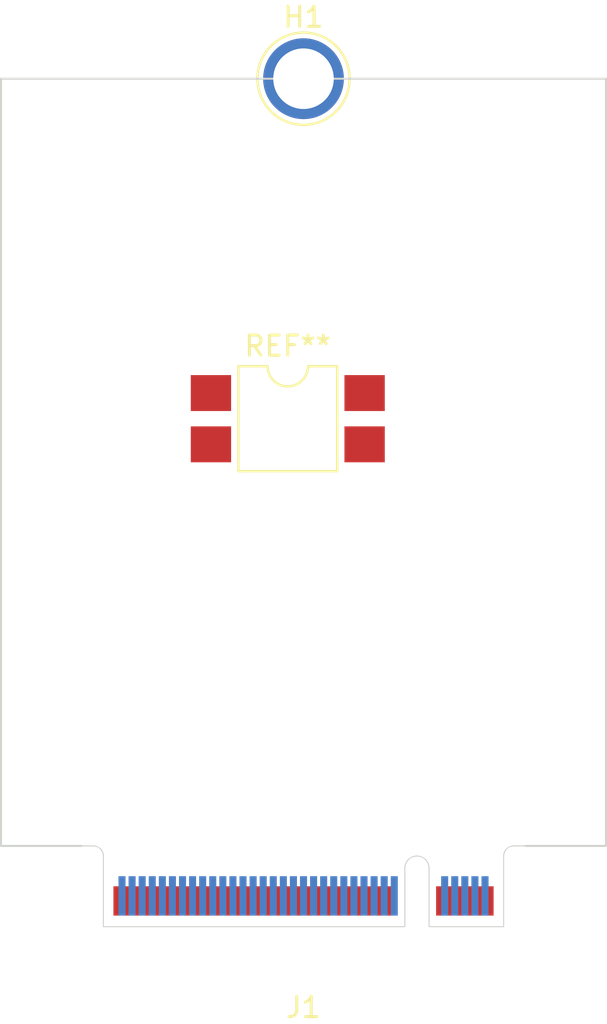
<source format=kicad_pcb>
(kicad_pcb (version 20221018) (generator pcbnew)
  (layers (0 "F.Cu" signal) (31 "B.Cu" signal) (34 "B.Paste" user) (35 "F.Paste" user) (36 "B.SilkS" user "B.Silkscreen") (37 "F.SilkS" user "F.Silkscreen") (38 "B.Mask" user) (39 "F.Mask" user) (44 "Edge.Cuts" user))
  (net 0 "")
  (net 1 "GND")
  (net 3 "Net-(J1-3.3V-Pad2)")
  (footprint "A_my_stuff:NGFF_B" (layer "F.Cu") (at 110 142)
    (fp_text reference "J1" (at 0 4) (layer "F.SilkS"))
    (fp_text value "Bus_M.2_Socket_B")
    (fp_line (start -11 -4) (end -10.425 -4) (stroke (width 0.05)) (layer "Edge.Cuts"))
    (fp_line (start -9.925 -3.5) (end -9.925 0) (stroke (width 0.05)) (layer "Edge.Cuts"))
    (fp_line (start -9.925 0) (end 0 0) (stroke (width 0.05)) (layer "Edge.Cuts"))
    (fp_line (start 0 0) (end 5.025 0) (stroke (width 0.05)) (layer "Edge.Cuts"))
    (fp_line (start 5.025 0) (end 5.025 -2.9) (stroke (width 0.05)) (layer "Edge.Cuts"))
    (fp_line (start 6.225 -2.9) (end 6.225 0) (stroke (width 0.05)) (layer "Edge.Cuts"))
    (fp_line (start 6.225 0) (end 9.925 0) (stroke (width 0.05)) (layer "Edge.Cuts"))
    (fp_line (start 9.925 0) (end 9.925 -3.5) (stroke (width 0.05)) (layer "Edge.Cuts"))
    (fp_line (start 10.425 -4) (end 11 -4) (stroke (width 0.05)) (layer "Edge.Cuts"))
    (fp_arc (start -10.425 -4) (mid -10.071447 -3.853553) (end -9.925 -3.5) (stroke (width 0.05)) (layer "Edge.Cuts"))
    (fp_arc (start 5.025 -2.9) (mid 5.625 -3.5) (end 6.225 -2.9) (stroke (width 0.05)) (layer "Edge.Cuts"))
    (fp_arc (start 9.925 -3.5) (mid 10.071447 -3.853553) (end 10.425 -4) (stroke (width 0.05)) (layer "Edge.Cuts"))
    (pad "1" smd rect (at 9.25 -1.275) (size 0.35 1.45) (layers "F.Cu"))
    (pad "2" smd rect (at 9 -1.525) (size 0.35 1.95) (layers "B.Cu") (net 3 "Net-(J1-3.3V-Pad2)"))
    (pad "3" smd rect (at 8.75 -1.275) (size 0.35 1.45) (layers "F.Cu") (net 1 "GND"))
    (pad "4" smd rect (at 8.5 -1.525) (size 0.35 1.95) (layers "B.Cu") (net 3 "Net-(J1-3.3V-Pad2)"))
    (pad "5" smd rect (at 8.25 -1.275) (size 0.35 1.45) (layers "F.Cu") (net 1 "GND"))
    (pad "6" smd rect (at 8 -1.525) (size 0.35 1.95) (layers "B.Cu"))
    (pad "7" smd rect (at 7.75 -1.275) (size 0.35 1.45) (layers "F.Cu"))
    (pad "8" smd rect (at 7.5 -1.525) (size 0.35 1.95) (layers "B.Cu"))
    (pad "9" smd rect (at 7.25 -1.275) (size 0.35 1.45) (layers "F.Cu"))
    (pad "10" smd rect (at 7 -1.525) (size 0.35 1.95) (layers "B.Cu"))
    (pad "11" smd rect (at 6.75 -1.275) (size 0.35 1.45) (layers "F.Cu") (net 1 "GND"))
    (pad "20" smd rect (at 4.5 -1.525) (size 0.35 1.95) (layers "B.Cu"))
    (pad "21" smd rect (at 4.25 -1.275) (size 0.35 1.45) (layers "F.Cu"))
    (pad "22" smd rect (at 4 -1.525) (size 0.35 1.95) (layers "B.Cu"))
    (pad "23" smd rect (at 3.75 -1.275) (size 0.35 1.45) (layers "F.Cu"))
    (pad "24" smd rect (at 3.5 -1.525) (size 0.35 1.95) (layers "B.Cu"))
    (pad "25" smd rect (at 3.25 -1.275) (size 0.35 1.45) (layers "F.Cu"))
    (pad "26" smd rect (at 3 -1.525) (size 0.35 1.95) (layers "B.Cu"))
    (pad "27" smd rect (at 2.75 -1.275) (size 0.35 1.45) (layers "F.Cu") (net 1 "GND"))
    (pad "28" smd rect (at 2.5 -1.525) (size 0.35 1.95) (layers "B.Cu"))
    (pad "29" smd rect (at 2.25 -1.275) (size 0.35 1.45) (layers "F.Cu"))
    (pad "30" smd rect (at 2 -1.525) (size 0.35 1.95) (layers "B.Cu"))
    (pad "31" smd rect (at 1.75 -1.275) (size 0.35 1.45) (layers "F.Cu"))
    (pad "32" smd rect (at 1.5 -1.525) (size 0.35 1.95) (layers "B.Cu"))
    (pad "33" smd rect (at 1.25 -1.275) (size 0.35 1.45) (layers "F.Cu") (net 1 "GND"))
    (pad "34" smd rect (at 1 -1.525) (size 0.35 1.95) (layers "B.Cu"))
    (pad "35" smd rect (at 0.75 -1.275) (size 0.35 1.45) (layers "F.Cu"))
    (pad "36" smd rect (at 0.5 -1.525) (size 0.35 1.95) (layers "B.Cu"))
    (pad "37" smd rect (at 0.25 -1.275) (size 0.35 1.45) (layers "F.Cu"))
    (pad "38" smd rect (at 0 -1.525) (size 0.35 1.95) (layers "B.Cu"))
    (pad "39" smd rect (at -0.25 -1.275) (size 0.35 1.45) (layers "F.Cu") (net 1 "GND"))
    (pad "40" smd rect (at -0.5 -1.525) (size 0.35 1.95) (layers "B.Cu"))
    (pad "41" smd rect (at -0.75 -1.275) (size 0.35 1.45) (layers "F.Cu"))
    (pad "42" smd rect (at -1 -1.525) (size 0.35 1.95) (layers "B.Cu"))
    (pad "43" smd rect (at -1.25 -1.275) (size 0.35 1.45) (layers "F.Cu"))
    (pad "44" smd rect (at -1.5 -1.525) (size 0.35 1.95) (layers "B.Cu"))
    (pad "45" smd rect (at -1.75 -1.275) (size 0.35 1.45) (layers "F.Cu") (net 1 "GND"))
    (pad "46" smd rect (at -2 -1.525) (size 0.35 1.95) (layers "B.Cu"))
    (pad "47" smd rect (at -2.25 -1.275) (size 0.35 1.45) (layers "F.Cu"))
    (pad "48" smd rect (at -2.5 -1.525) (size 0.35 1.95) (layers "B.Cu"))
    (pad "49" smd rect (at -2.75 -1.275) (size 0.35 1.45) (layers "F.Cu"))
    (pad "50" smd rect (at -3 -1.525) (size 0.35 1.95) (layers "B.Cu"))
    (pad "51" smd rect (at -3.25 -1.275) (size 0.35 1.45) (layers "F.Cu") (net 1 "GND"))
    (pad "52" smd rect (at -3.5 -1.525) (size 0.35 1.95) (layers "B.Cu"))
    (pad "53" smd rect (at -3.75 -1.275) (size 0.35 1.45) (layers "F.Cu"))
    (pad "54" smd rect (at -4 -1.525) (size 0.35 1.95) (layers "B.Cu"))
    (pad "55" smd rect (at -4.25 -1.275) (size 0.35 1.45) (layers "F.Cu"))
    (pad "56" smd rect (at -4.5 -1.525) (size 0.35 1.95) (layers "B.Cu"))
    (pad "57" smd rect (at -4.75 -1.275) (size 0.35 1.45) (layers "F.Cu") (net 1 "GND"))
    (pad "58" smd rect (at -5 -1.525) (size 0.35 1.95) (layers "B.Cu"))
    (pad "59" smd rect (at -5.25 -1.275) (size 0.35 1.45) (layers "F.Cu"))
    (pad "60" smd rect (at -5.5 -1.525) (size 0.35 1.95) (layers "B.Cu"))
    (pad "61" smd rect (at -5.75 -1.275) (size 0.35 1.45) (layers "F.Cu"))
    (pad "62" smd rect (at -6 -1.525) (size 0.35 1.95) (layers "B.Cu"))
    (pad "63" smd rect (at -6.25 -1.275) (size 0.35 1.45) (layers "F.Cu"))
    (pad "64" smd rect (at -6.5 -1.525) (size 0.35 1.95) (layers "B.Cu"))
    (pad "65" smd rect (at -6.75 -1.275) (size 0.35 1.45) (layers "F.Cu"))
    (pad "66" smd rect (at -7 -1.525) (size 0.35 1.95) (layers "B.Cu"))
    (pad "67" smd rect (at -7.25 -1.275) (size 0.35 1.45) (layers "F.Cu"))
    (pad "68" smd rect (at -7.5 -1.525) (size 0.35 1.95) (layers "B.Cu"))
    (pad "69" smd rect (at -7.75 -1.275) (size 0.35 1.45) (layers "F.Cu"))
    (pad "70" smd rect (at -8 -1.525) (size 0.35 1.95) (layers "B.Cu") (net 3 "Net-(J1-3.3V-Pad2)"))
    (pad "71" smd rect (at -8.25 -1.275) (size 0.35 1.45) (layers "F.Cu") (net 1 "GND"))
    (pad "72" smd rect (at -8.5 -1.525) (size 0.35 1.95) (layers "B.Cu") (net 3 "Net-(J1-3.3V-Pad2)"))
    (pad "73" smd rect (at -8.75 -1.275) (size 0.35 1.45) (layers "F.Cu") (net 1 "GND"))
    (pad "74" smd rect (at -9 -1.525) (size 0.35 1.95) (layers "B.Cu") (net 3 "Net-(J1-3.3V-Pad2)"))
    (pad "75" smd rect (at -9.25 -1.275) (size 0.35 1.45) (layers "F.Cu"))
  )
  (footprint "Package_DIP:SMDIP-4_W7.62mm" (layer "F.Cu") (at 109.22 116.84)
    (fp_text reference "REF**" (at 0 -3.6) (layer "F.SilkS"))
    (fp_text value "SMDIP-4_W7.62mm")
    (fp_line (start -2.45 -2.6) (end -2.45 2.6) (stroke (width 0.12)) (layer "F.SilkS"))
    (fp_line (start -2.45 2.6) (end 2.45 2.6) (stroke (width 0.12)) (layer "F.SilkS"))
    (fp_line (start -1 -2.6) (end -2.45 -2.6) (stroke (width 0.12)) (layer "F.SilkS"))
    (fp_line (start 2.45 -2.6) (end 1 -2.6) (stroke (width 0.12)) (layer "F.SilkS"))
    (fp_line (start 2.45 2.6) (end 2.45 -2.6) (stroke (width 0.12)) (layer "F.SilkS"))
    (fp_arc (start 1 -2.6) (mid 0 -1.6) (end -1 -2.6) (stroke (width 0.12)) (layer "F.SilkS"))
    (pad "1" smd rect (at -3.81 -1.27) (size 2 1.78) (layers "F.Cu" "F.Paste" "F.Mask"))
    (pad "2" smd rect (at -3.81 1.27) (size 2 1.78) (layers "F.Cu" "F.Paste" "F.Mask"))
    (pad "3" smd rect (at 3.81 1.27) (size 2 1.78) (layers "F.Cu" "F.Paste" "F.Mask"))
    (pad "4" smd rect (at 3.81 -1.27) (size 2 1.78) (layers "F.Cu" "F.Paste" "F.Mask"))
  )
  (footprint "TestPoint:TestPoint_Plated_Hole_D3.0mm" (layer "F.Cu") (at 110 100)
    (fp_text reference "H1" (at 0 -3.048) (layer "F.SilkS"))
    (fp_text value "MountingHole_Pad")
    (fp_circle (center 0 0) (end 0 -2.286) (stroke (width 0.12)) (fill none) (layer "F.SilkS"))
    (pad "1" thru_hole circle (at 0 0) (size 4 4) (drill 3) (layers "*.Cu" "*.Mask") (net 1 "GND"))
  )
  (gr_line (start 125 138) (end 125 100) (stroke (width 0.1)) (layer "Edge.Cuts"))
  (gr_line (start 125 100) (end 95 100) (stroke (width 0.1)) (layer "Edge.Cuts"))
  (gr_line (start 95 100) (end 95 138) (stroke (width 0.1)) (layer "Edge.Cuts"))
  (gr_line (start 121 138) (end 125 138) (stroke (width 0.1)) (layer "Edge.Cuts"))
  (gr_line (start 95 138) (end 99 138) (stroke (width 0.1)) (layer "Edge.Cuts"))
)
</source>
